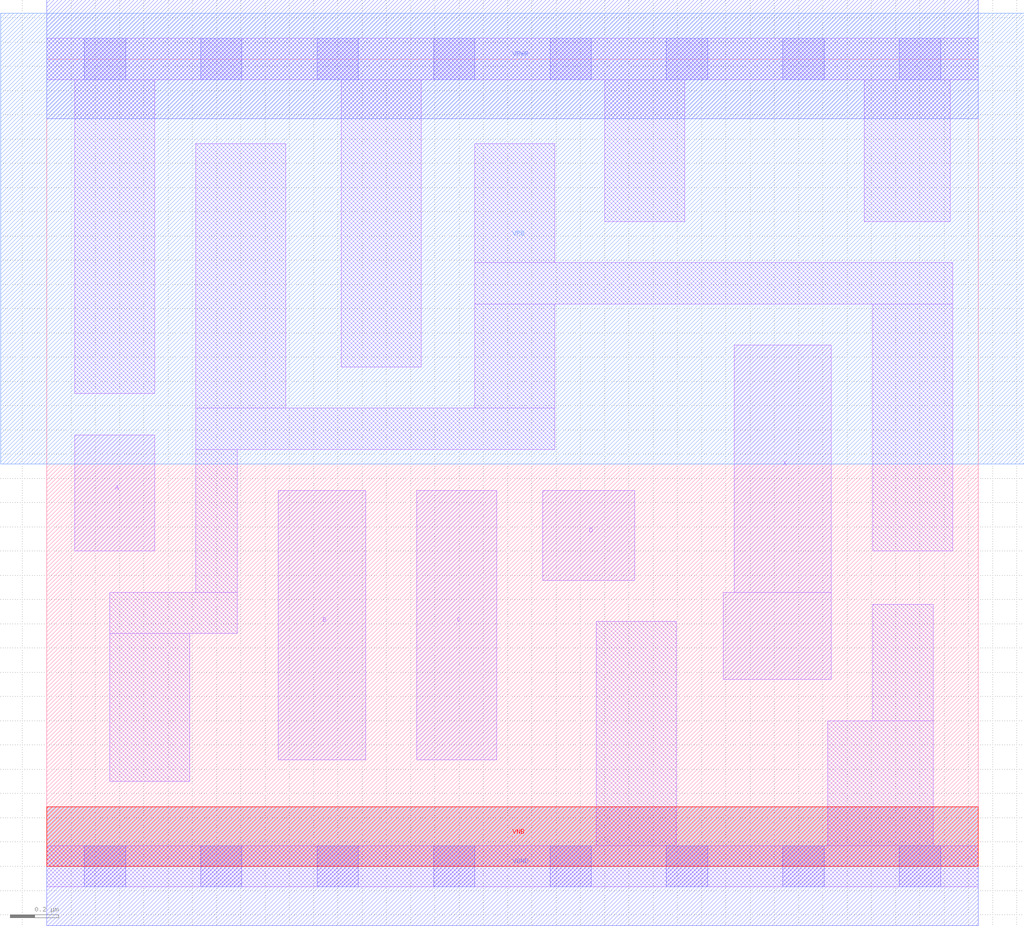
<source format=lef>
# Copyright 2020 The SkyWater PDK Authors
#
# Licensed under the Apache License, Version 2.0 (the "License");
# you may not use this file except in compliance with the License.
# You may obtain a copy of the License at
#
#     https://www.apache.org/licenses/LICENSE-2.0
#
# Unless required by applicable law or agreed to in writing, software
# distributed under the License is distributed on an "AS IS" BASIS,
# WITHOUT WARRANTIES OR CONDITIONS OF ANY KIND, either express or implied.
# See the License for the specific language governing permissions and
# limitations under the License.
#
# SPDX-License-Identifier: Apache-2.0

VERSION 5.7 ;
  NOWIREEXTENSIONATPIN ON ;
  DIVIDERCHAR "/" ;
  BUSBITCHARS "[]" ;
MACRO sky130_fd_sc_hs__and4_2
  CLASS CORE ;
  FOREIGN sky130_fd_sc_hs__and4_2 ;
  ORIGIN  0.000000  0.000000 ;
  SIZE  3.840000 BY  3.330000 ;
  SYMMETRY X Y ;
  SITE unit ;
  PIN A
    ANTENNAGATEAREA  0.261000 ;
    DIRECTION INPUT ;
    USE SIGNAL ;
    PORT
      LAYER li1 ;
        RECT 0.115000 1.300000 0.445000 1.780000 ;
    END
  END A
  PIN B
    ANTENNAGATEAREA  0.261000 ;
    DIRECTION INPUT ;
    USE SIGNAL ;
    PORT
      LAYER li1 ;
        RECT 0.955000 0.440000 1.315000 1.550000 ;
    END
  END B
  PIN C
    ANTENNAGATEAREA  0.261000 ;
    DIRECTION INPUT ;
    USE SIGNAL ;
    PORT
      LAYER li1 ;
        RECT 1.525000 0.440000 1.855000 1.550000 ;
    END
  END C
  PIN D
    ANTENNAGATEAREA  0.261000 ;
    DIRECTION INPUT ;
    USE SIGNAL ;
    PORT
      LAYER li1 ;
        RECT 2.045000 1.180000 2.425000 1.550000 ;
    END
  END D
  PIN X
    ANTENNADIFFAREA  0.543200 ;
    DIRECTION OUTPUT ;
    USE SIGNAL ;
    PORT
      LAYER li1 ;
        RECT 2.790000 0.770000 3.235000 1.130000 ;
        RECT 2.835000 1.130000 3.235000 2.150000 ;
    END
  END X
  PIN VGND
    DIRECTION INOUT ;
    USE GROUND ;
    PORT
      LAYER met1 ;
        RECT 0.000000 -0.245000 3.840000 0.245000 ;
    END
  END VGND
  PIN VNB
    DIRECTION INOUT ;
    USE GROUND ;
    PORT
      LAYER pwell ;
        RECT 0.000000 0.000000 3.840000 0.245000 ;
    END
  END VNB
  PIN VPB
    DIRECTION INOUT ;
    USE POWER ;
    PORT
      LAYER nwell ;
        RECT -0.190000 1.660000 4.030000 3.520000 ;
    END
  END VPB
  PIN VPWR
    DIRECTION INOUT ;
    USE POWER ;
    PORT
      LAYER met1 ;
        RECT 0.000000 3.085000 3.840000 3.575000 ;
    END
  END VPWR
  OBS
    LAYER li1 ;
      RECT 0.000000 -0.085000 3.840000 0.085000 ;
      RECT 0.000000  3.245000 3.840000 3.415000 ;
      RECT 0.115000  1.950000 0.445000 3.245000 ;
      RECT 0.260000  0.350000 0.590000 0.960000 ;
      RECT 0.260000  0.960000 0.785000 1.130000 ;
      RECT 0.615000  1.130000 0.785000 1.720000 ;
      RECT 0.615000  1.720000 2.095000 1.890000 ;
      RECT 0.615000  1.890000 0.985000 2.980000 ;
      RECT 1.215000  2.060000 1.545000 3.245000 ;
      RECT 1.765000  1.890000 2.095000 2.320000 ;
      RECT 1.765000  2.320000 3.735000 2.490000 ;
      RECT 1.765000  2.490000 2.095000 2.980000 ;
      RECT 2.265000  0.085000 2.595000 1.010000 ;
      RECT 2.300000  2.660000 2.630000 3.245000 ;
      RECT 3.220000  0.085000 3.655000 0.600000 ;
      RECT 3.370000  2.660000 3.725000 3.245000 ;
      RECT 3.405000  0.600000 3.655000 1.080000 ;
      RECT 3.405000  1.300000 3.735000 2.320000 ;
    LAYER mcon ;
      RECT 0.155000 -0.085000 0.325000 0.085000 ;
      RECT 0.155000  3.245000 0.325000 3.415000 ;
      RECT 0.635000 -0.085000 0.805000 0.085000 ;
      RECT 0.635000  3.245000 0.805000 3.415000 ;
      RECT 1.115000 -0.085000 1.285000 0.085000 ;
      RECT 1.115000  3.245000 1.285000 3.415000 ;
      RECT 1.595000 -0.085000 1.765000 0.085000 ;
      RECT 1.595000  3.245000 1.765000 3.415000 ;
      RECT 2.075000 -0.085000 2.245000 0.085000 ;
      RECT 2.075000  3.245000 2.245000 3.415000 ;
      RECT 2.555000 -0.085000 2.725000 0.085000 ;
      RECT 2.555000  3.245000 2.725000 3.415000 ;
      RECT 3.035000 -0.085000 3.205000 0.085000 ;
      RECT 3.035000  3.245000 3.205000 3.415000 ;
      RECT 3.515000 -0.085000 3.685000 0.085000 ;
      RECT 3.515000  3.245000 3.685000 3.415000 ;
  END
END sky130_fd_sc_hs__and4_2
END LIBRARY

</source>
